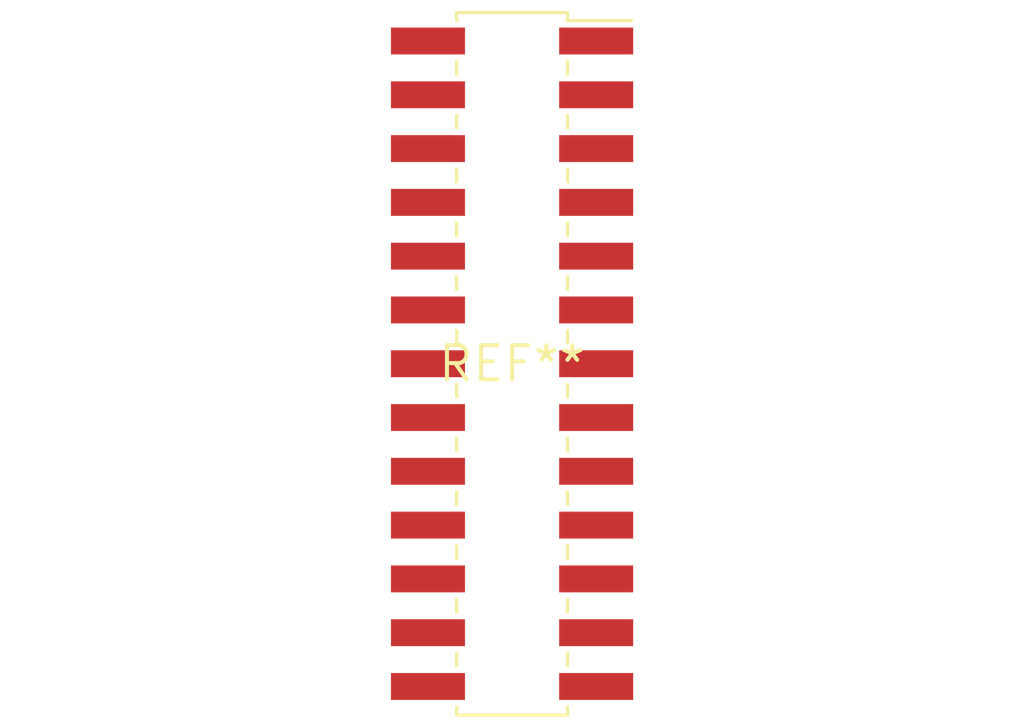
<source format=kicad_pcb>
(kicad_pcb (version 20240108) (generator pcbnew)
  (layers (0 "F.Cu" signal) (31 "B.Cu" signal) (34 "B.Paste" user) (35 "F.Paste" user) (36 "B.SilkS" user "B.Silkscreen") (37 "F.SilkS" user "F.Silkscreen") (38 "B.Mask" user) (39 "F.Mask" user) (44 "Edge.Cuts" user))
  (net 0 "")
  (footprint "PinSocket_2x13_P2.00mm_Vertical_SMD" (layer "F.Cu") (at 0 0)
    (property "Reference" "REF**")
    (property "Value" "PinSocket_2x13_P2.00mm_Vertical_SMD")
    (fp_line (start -2.06 -13.06) (end -2.06 -12.76) (layer "F.SilkS") (stroke (width 0.12)))
    (fp_line (start -2.06 -13.06) (end 2.06 -13.06) (layer "F.SilkS") (stroke (width 0.12)))
    (fp_line (start -2.06 -11.24) (end -2.06 -10.76) (layer "F.SilkS") (stroke (width 0.12)))
    (fp_line (start -2.06 -9.24) (end -2.06 -8.76) (layer "F.SilkS") (stroke (width 0.12)))
    (fp_line (start -2.06 -7.24) (end -2.06 -6.76) (layer "F.SilkS") (stroke (width 0.12)))
    (fp_line (start -2.06 -5.24) (end -2.06 -4.76) (layer "F.SilkS") (stroke (width 0.12)))
    (fp_line (start -2.06 -3.24) (end -2.06 -2.76) (layer "F.SilkS") (stroke (width 0.12)))
    (fp_line (start -2.06 -1.24) (end -2.06 -0.76) (layer "F.SilkS") (stroke (width 0.12)))
    (fp_line (start -2.06 0.76) (end -2.06 1.24) (layer "F.SilkS") (stroke (width 0.12)))
    (fp_line (start -2.06 2.76) (end -2.06 3.24) (layer "F.SilkS") (stroke (width 0.12)))
    (fp_line (start -2.06 4.76) (end -2.06 5.24) (layer "F.SilkS") (stroke (width 0.12)))
    (fp_line (start -2.06 6.76) (end -2.06 7.24) (layer "F.SilkS") (stroke (width 0.12)))
    (fp_line (start -2.06 8.76) (end -2.06 9.24) (layer "F.SilkS") (stroke (width 0.12)))
    (fp_line (start -2.06 10.76) (end -2.06 11.24) (layer "F.SilkS") (stroke (width 0.12)))
    (fp_line (start -2.06 12.76) (end -2.06 13.06) (layer "F.SilkS") (stroke (width 0.12)))
    (fp_line (start -2.06 13.06) (end 2.06 13.06) (layer "F.SilkS") (stroke (width 0.12)))
    (fp_line (start 2.06 -13.06) (end 2.06 -12.76) (layer "F.SilkS") (stroke (width 0.12)))
    (fp_line (start 2.06 -12.76) (end 4.44 -12.76) (layer "F.SilkS") (stroke (width 0.12)))
    (fp_line (start 2.06 -11.24) (end 2.06 -10.76) (layer "F.SilkS") (stroke (width 0.12)))
    (fp_line (start 2.06 -9.24) (end 2.06 -8.76) (layer "F.SilkS") (stroke (width 0.12)))
    (fp_line (start 2.06 -7.24) (end 2.06 -6.76) (layer "F.SilkS") (stroke (width 0.12)))
    (fp_line (start 2.06 -5.24) (end 2.06 -4.76) (layer "F.SilkS") (stroke (width 0.12)))
    (fp_line (start 2.06 -3.24) (end 2.06 -2.76) (layer "F.SilkS") (stroke (width 0.12)))
    (fp_line (start 2.06 -1.24) (end 2.06 -0.76) (layer "F.SilkS") (stroke (width 0.12)))
    (fp_line (start 2.06 0.76) (end 2.06 1.24) (layer "F.SilkS") (stroke (width 0.12)))
    (fp_line (start 2.06 2.76) (end 2.06 3.24) (layer "F.SilkS") (stroke (width 0.12)))
    (fp_line (start 2.06 4.76) (end 2.06 5.24) (layer "F.SilkS") (stroke (width 0.12)))
    (fp_line (start 2.06 6.76) (end 2.06 7.24) (layer "F.SilkS") (stroke (width 0.12)))
    (fp_line (start 2.06 8.76) (end 2.06 9.24) (layer "F.SilkS") (stroke (width 0.12)))
    (fp_line (start 2.06 10.76) (end 2.06 11.24) (layer "F.SilkS") (stroke (width 0.12)))
    (fp_line (start 2.06 12.76) (end 2.06 13.06) (layer "F.SilkS") (stroke (width 0.12)))
    (pad "1" smd rect (at 3.125 -12) (size 2.75 1) (layers "F.Cu" "F.Paste" "F.Mask"))
    (pad "2" smd rect (at -3.125 -12) (size 2.75 1) (layers "F.Cu" "F.Paste" "F.Mask"))
    (pad "3" smd rect (at 3.125 -10) (size 2.75 1) (layers "F.Cu" "F.Paste" "F.Mask"))
    (pad "4" smd rect (at -3.125 -10) (size 2.75 1) (layers "F.Cu" "F.Paste" "F.Mask"))
    (pad "5" smd rect (at 3.125 -8) (size 2.75 1) (layers "F.Cu" "F.Paste" "F.Mask"))
    (pad "6" smd rect (at -3.125 -8) (size 2.75 1) (layers "F.Cu" "F.Paste" "F.Mask"))
    (pad "7" smd rect (at 3.125 -6) (size 2.75 1) (layers "F.Cu" "F.Paste" "F.Mask"))
    (pad "8" smd rect (at -3.125 -6) (size 2.75 1) (layers "F.Cu" "F.Paste" "F.Mask"))
    (pad "9" smd rect (at 3.125 -4) (size 2.75 1) (layers "F.Cu" "F.Paste" "F.Mask"))
    (pad "10" smd rect (at -3.125 -4) (size 2.75 1) (layers "F.Cu" "F.Paste" "F.Mask"))
    (pad "11" smd rect (at 3.125 -2) (size 2.75 1) (layers "F.Cu" "F.Paste" "F.Mask"))
    (pad "12" smd rect (at -3.125 -2) (size 2.75 1) (layers "F.Cu" "F.Paste" "F.Mask"))
    (pad "13" smd rect (at 3.125 0) (size 2.75 1) (layers "F.Cu" "F.Paste" "F.Mask"))
    (pad "14" smd rect (at -3.125 0) (size 2.75 1) (layers "F.Cu" "F.Paste" "F.Mask"))
    (pad "15" smd rect (at 3.125 2) (size 2.75 1) (layers "F.Cu" "F.Paste" "F.Mask"))
    (pad "16" smd rect (at -3.125 2) (size 2.75 1) (layers "F.Cu" "F.Paste" "F.Mask"))
    (pad "17" smd rect (at 3.125 4) (size 2.75 1) (layers "F.Cu" "F.Paste" "F.Mask"))
    (pad "18" smd rect (at -3.125 4) (size 2.75 1) (layers "F.Cu" "F.Paste" "F.Mask"))
    (pad "19" smd rect (at 3.125 6) (size 2.75 1) (layers "F.Cu" "F.Paste" "F.Mask"))
    (pad "20" smd rect (at -3.125 6) (size 2.75 1) (layers "F.Cu" "F.Paste" "F.Mask"))
    (pad "21" smd rect (at 3.125 8) (size 2.75 1) (layers "F.Cu" "F.Paste" "F.Mask"))
    (pad "22" smd rect (at -3.125 8) (size 2.75 1) (layers "F.Cu" "F.Paste" "F.Mask"))
    (pad "23" smd rect (at 3.125 10) (size 2.75 1) (layers "F.Cu" "F.Paste" "F.Mask"))
    (pad "24" smd rect (at -3.125 10) (size 2.75 1) (layers "F.Cu" "F.Paste" "F.Mask"))
    (pad "25" smd rect (at 3.125 12) (size 2.75 1) (layers "F.Cu" "F.Paste" "F.Mask"))
    (pad "26" smd rect (at -3.125 12) (size 2.75 1) (layers "F.Cu" "F.Paste" "F.Mask"))
  )
)
</source>
